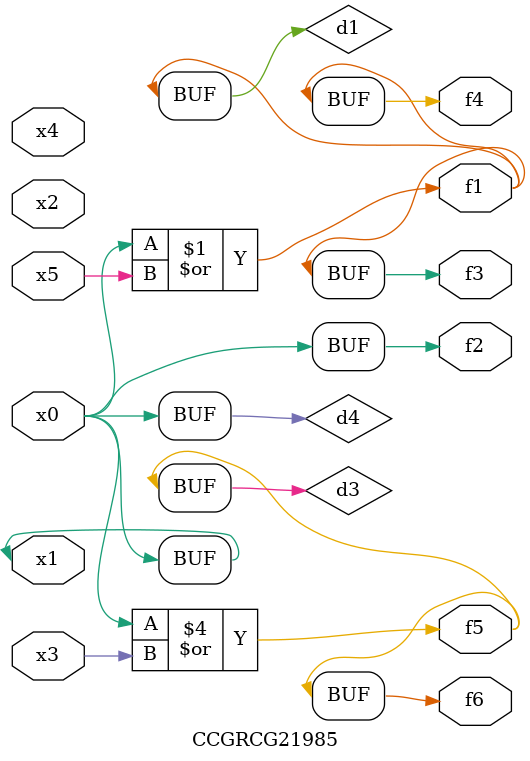
<source format=v>
module CCGRCG21985(
	input x0, x1, x2, x3, x4, x5,
	output f1, f2, f3, f4, f5, f6
);

	wire d1, d2, d3, d4;

	or (d1, x0, x5);
	xnor (d2, x1, x4);
	or (d3, x0, x3);
	buf (d4, x0, x1);
	assign f1 = d1;
	assign f2 = d4;
	assign f3 = d1;
	assign f4 = d1;
	assign f5 = d3;
	assign f6 = d3;
endmodule

</source>
